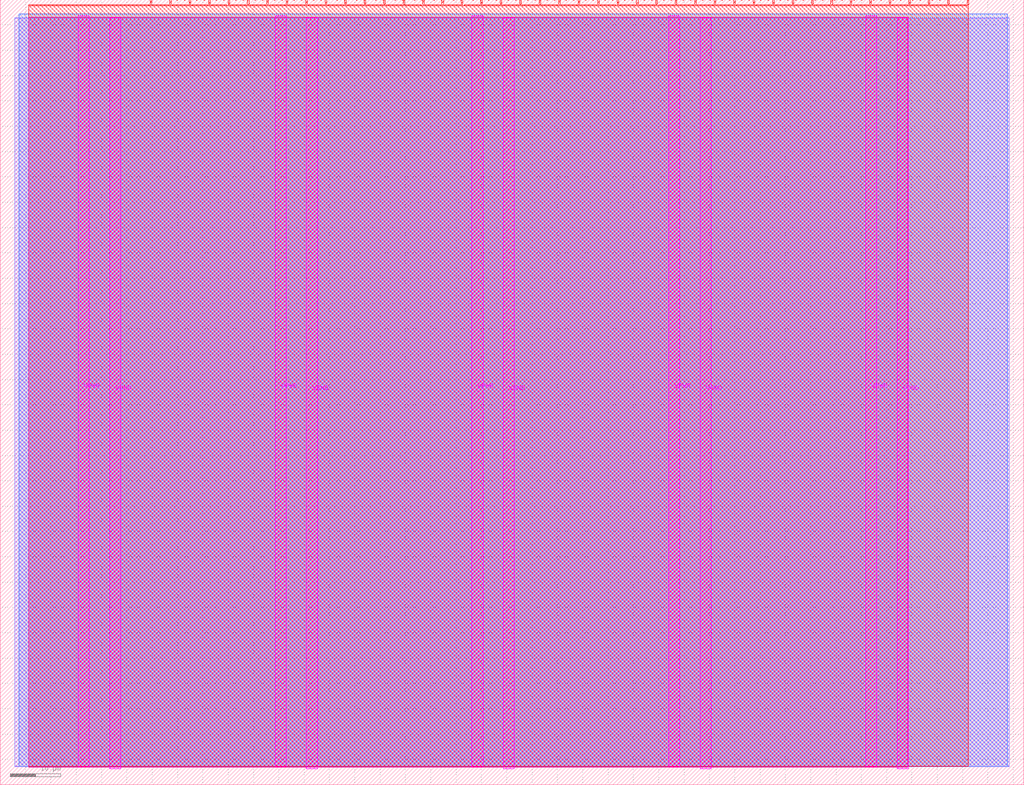
<source format=lef>
VERSION 5.7 ;
  NOWIREEXTENSIONATPIN ON ;
  DIVIDERCHAR "/" ;
  BUSBITCHARS "[]" ;
MACRO tt_um_jalcim
  CLASS BLOCK ;
  FOREIGN tt_um_jalcim ;
  ORIGIN 0.000 0.000 ;
  SIZE 202.080 BY 154.980 ;
  PIN VGND
    DIRECTION INOUT ;
    USE GROUND ;
    PORT
      LAYER TopMetal1 ;
        RECT 21.580 3.150 23.780 151.420 ;
    END
    PORT
      LAYER TopMetal1 ;
        RECT 60.450 3.150 62.650 151.420 ;
    END
    PORT
      LAYER TopMetal1 ;
        RECT 99.320 3.150 101.520 151.420 ;
    END
    PORT
      LAYER TopMetal1 ;
        RECT 138.190 3.150 140.390 151.420 ;
    END
    PORT
      LAYER TopMetal1 ;
        RECT 177.060 3.150 179.260 151.420 ;
    END
  END VGND
  PIN VPWR
    DIRECTION INOUT ;
    USE POWER ;
    PORT
      LAYER TopMetal1 ;
        RECT 15.380 3.560 17.580 151.830 ;
    END
    PORT
      LAYER TopMetal1 ;
        RECT 54.250 3.560 56.450 151.830 ;
    END
    PORT
      LAYER TopMetal1 ;
        RECT 93.120 3.560 95.320 151.830 ;
    END
    PORT
      LAYER TopMetal1 ;
        RECT 131.990 3.560 134.190 151.830 ;
    END
    PORT
      LAYER TopMetal1 ;
        RECT 170.860 3.560 173.060 151.830 ;
    END
  END VPWR
  PIN clk
    DIRECTION INPUT ;
    USE SIGNAL ;
    ANTENNAGATEAREA 0.725400 ;
    PORT
      LAYER Metal4 ;
        RECT 187.050 153.980 187.350 154.980 ;
    END
  END clk
  PIN ena
    DIRECTION INPUT ;
    USE SIGNAL ;
    ANTENNAGATEAREA 0.180700 ;
    PORT
      LAYER Metal4 ;
        RECT 190.890 153.980 191.190 154.980 ;
    END
  END ena
  PIN rst_n
    DIRECTION INPUT ;
    USE SIGNAL ;
    ANTENNAGATEAREA 0.725400 ;
    PORT
      LAYER Metal4 ;
        RECT 183.210 153.980 183.510 154.980 ;
    END
  END rst_n
  PIN ui_in[0]
    DIRECTION INPUT ;
    USE SIGNAL ;
    ANTENNAGATEAREA 0.213200 ;
    PORT
      LAYER Metal4 ;
        RECT 179.370 153.980 179.670 154.980 ;
    END
  END ui_in[0]
  PIN ui_in[1]
    DIRECTION INPUT ;
    USE SIGNAL ;
    ANTENNAGATEAREA 0.213200 ;
    PORT
      LAYER Metal4 ;
        RECT 175.530 153.980 175.830 154.980 ;
    END
  END ui_in[1]
  PIN ui_in[2]
    DIRECTION INPUT ;
    USE SIGNAL ;
    ANTENNAGATEAREA 0.213200 ;
    PORT
      LAYER Metal4 ;
        RECT 171.690 153.980 171.990 154.980 ;
    END
  END ui_in[2]
  PIN ui_in[3]
    DIRECTION INPUT ;
    USE SIGNAL ;
    ANTENNAGATEAREA 0.213200 ;
    PORT
      LAYER Metal4 ;
        RECT 167.850 153.980 168.150 154.980 ;
    END
  END ui_in[3]
  PIN ui_in[4]
    DIRECTION INPUT ;
    USE SIGNAL ;
    PORT
      LAYER Metal4 ;
        RECT 164.010 153.980 164.310 154.980 ;
    END
  END ui_in[4]
  PIN ui_in[5]
    DIRECTION INPUT ;
    USE SIGNAL ;
    ANTENNAGATEAREA 0.180700 ;
    PORT
      LAYER Metal4 ;
        RECT 160.170 153.980 160.470 154.980 ;
    END
  END ui_in[5]
  PIN ui_in[6]
    DIRECTION INPUT ;
    USE SIGNAL ;
    ANTENNAGATEAREA 0.213200 ;
    PORT
      LAYER Metal4 ;
        RECT 156.330 153.980 156.630 154.980 ;
    END
  END ui_in[6]
  PIN ui_in[7]
    DIRECTION INPUT ;
    USE SIGNAL ;
    ANTENNAGATEAREA 0.180700 ;
    PORT
      LAYER Metal4 ;
        RECT 152.490 153.980 152.790 154.980 ;
    END
  END ui_in[7]
  PIN uio_in[0]
    DIRECTION INPUT ;
    USE SIGNAL ;
    ANTENNAGATEAREA 0.906100 ;
    PORT
      LAYER Metal4 ;
        RECT 148.650 153.980 148.950 154.980 ;
    END
  END uio_in[0]
  PIN uio_in[1]
    DIRECTION INPUT ;
    USE SIGNAL ;
    ANTENNAGATEAREA 1.450800 ;
    PORT
      LAYER Metal4 ;
        RECT 144.810 153.980 145.110 154.980 ;
    END
  END uio_in[1]
  PIN uio_in[2]
    DIRECTION INPUT ;
    USE SIGNAL ;
    ANTENNAGATEAREA 0.725400 ;
    PORT
      LAYER Metal4 ;
        RECT 140.970 153.980 141.270 154.980 ;
    END
  END uio_in[2]
  PIN uio_in[3]
    DIRECTION INPUT ;
    USE SIGNAL ;
    ANTENNAGATEAREA 0.725400 ;
    PORT
      LAYER Metal4 ;
        RECT 137.130 153.980 137.430 154.980 ;
    END
  END uio_in[3]
  PIN uio_in[4]
    DIRECTION INPUT ;
    USE SIGNAL ;
    ANTENNAGATEAREA 0.725400 ;
    PORT
      LAYER Metal4 ;
        RECT 133.290 153.980 133.590 154.980 ;
    END
  END uio_in[4]
  PIN uio_in[5]
    DIRECTION INPUT ;
    USE SIGNAL ;
    ANTENNAGATEAREA 0.725400 ;
    PORT
      LAYER Metal4 ;
        RECT 129.450 153.980 129.750 154.980 ;
    END
  END uio_in[5]
  PIN uio_in[6]
    DIRECTION INPUT ;
    USE SIGNAL ;
    ANTENNAGATEAREA 0.725400 ;
    PORT
      LAYER Metal4 ;
        RECT 125.610 153.980 125.910 154.980 ;
    END
  END uio_in[6]
  PIN uio_in[7]
    DIRECTION INPUT ;
    USE SIGNAL ;
    ANTENNAGATEAREA 1.664000 ;
    PORT
      LAYER Metal4 ;
        RECT 121.770 153.980 122.070 154.980 ;
    END
  END uio_in[7]
  PIN uio_oe[0]
    DIRECTION OUTPUT ;
    USE SIGNAL ;
    ANTENNADIFFAREA 0.299200 ;
    PORT
      LAYER Metal4 ;
        RECT 56.490 153.980 56.790 154.980 ;
    END
  END uio_oe[0]
  PIN uio_oe[1]
    DIRECTION OUTPUT ;
    USE SIGNAL ;
    ANTENNADIFFAREA 0.299200 ;
    PORT
      LAYER Metal4 ;
        RECT 52.650 153.980 52.950 154.980 ;
    END
  END uio_oe[1]
  PIN uio_oe[2]
    DIRECTION OUTPUT ;
    USE SIGNAL ;
    ANTENNADIFFAREA 0.299200 ;
    PORT
      LAYER Metal4 ;
        RECT 48.810 153.980 49.110 154.980 ;
    END
  END uio_oe[2]
  PIN uio_oe[3]
    DIRECTION OUTPUT ;
    USE SIGNAL ;
    ANTENNADIFFAREA 0.299200 ;
    PORT
      LAYER Metal4 ;
        RECT 44.970 153.980 45.270 154.980 ;
    END
  END uio_oe[3]
  PIN uio_oe[4]
    DIRECTION OUTPUT ;
    USE SIGNAL ;
    ANTENNADIFFAREA 0.299200 ;
    PORT
      LAYER Metal4 ;
        RECT 41.130 153.980 41.430 154.980 ;
    END
  END uio_oe[4]
  PIN uio_oe[5]
    DIRECTION OUTPUT ;
    USE SIGNAL ;
    ANTENNADIFFAREA 0.299200 ;
    PORT
      LAYER Metal4 ;
        RECT 37.290 153.980 37.590 154.980 ;
    END
  END uio_oe[5]
  PIN uio_oe[6]
    DIRECTION OUTPUT ;
    USE SIGNAL ;
    ANTENNADIFFAREA 0.299200 ;
    PORT
      LAYER Metal4 ;
        RECT 33.450 153.980 33.750 154.980 ;
    END
  END uio_oe[6]
  PIN uio_oe[7]
    DIRECTION OUTPUT ;
    USE SIGNAL ;
    ANTENNADIFFAREA 0.299200 ;
    PORT
      LAYER Metal4 ;
        RECT 29.610 153.980 29.910 154.980 ;
    END
  END uio_oe[7]
  PIN uio_out[0]
    DIRECTION OUTPUT ;
    USE SIGNAL ;
    ANTENNADIFFAREA 0.299200 ;
    PORT
      LAYER Metal4 ;
        RECT 87.210 153.980 87.510 154.980 ;
    END
  END uio_out[0]
  PIN uio_out[1]
    DIRECTION OUTPUT ;
    USE SIGNAL ;
    ANTENNADIFFAREA 0.299200 ;
    PORT
      LAYER Metal4 ;
        RECT 83.370 153.980 83.670 154.980 ;
    END
  END uio_out[1]
  PIN uio_out[2]
    DIRECTION OUTPUT ;
    USE SIGNAL ;
    ANTENNADIFFAREA 0.299200 ;
    PORT
      LAYER Metal4 ;
        RECT 79.530 153.980 79.830 154.980 ;
    END
  END uio_out[2]
  PIN uio_out[3]
    DIRECTION OUTPUT ;
    USE SIGNAL ;
    ANTENNADIFFAREA 0.299200 ;
    PORT
      LAYER Metal4 ;
        RECT 75.690 153.980 75.990 154.980 ;
    END
  END uio_out[3]
  PIN uio_out[4]
    DIRECTION OUTPUT ;
    USE SIGNAL ;
    ANTENNADIFFAREA 0.299200 ;
    PORT
      LAYER Metal4 ;
        RECT 71.850 153.980 72.150 154.980 ;
    END
  END uio_out[4]
  PIN uio_out[5]
    DIRECTION OUTPUT ;
    USE SIGNAL ;
    ANTENNADIFFAREA 0.299200 ;
    PORT
      LAYER Metal4 ;
        RECT 68.010 153.980 68.310 154.980 ;
    END
  END uio_out[5]
  PIN uio_out[6]
    DIRECTION OUTPUT ;
    USE SIGNAL ;
    ANTENNADIFFAREA 0.299200 ;
    PORT
      LAYER Metal4 ;
        RECT 64.170 153.980 64.470 154.980 ;
    END
  END uio_out[6]
  PIN uio_out[7]
    DIRECTION OUTPUT ;
    USE SIGNAL ;
    ANTENNADIFFAREA 0.299200 ;
    PORT
      LAYER Metal4 ;
        RECT 60.330 153.980 60.630 154.980 ;
    END
  END uio_out[7]
  PIN uo_out[0]
    DIRECTION OUTPUT ;
    USE SIGNAL ;
    ANTENNADIFFAREA 0.662000 ;
    PORT
      LAYER Metal4 ;
        RECT 117.930 153.980 118.230 154.980 ;
    END
  END uo_out[0]
  PIN uo_out[1]
    DIRECTION OUTPUT ;
    USE SIGNAL ;
    ANTENNADIFFAREA 0.958400 ;
    PORT
      LAYER Metal4 ;
        RECT 114.090 153.980 114.390 154.980 ;
    END
  END uo_out[1]
  PIN uo_out[2]
    DIRECTION OUTPUT ;
    USE SIGNAL ;
    ANTENNADIFFAREA 0.958400 ;
    PORT
      LAYER Metal4 ;
        RECT 110.250 153.980 110.550 154.980 ;
    END
  END uo_out[2]
  PIN uo_out[3]
    DIRECTION OUTPUT ;
    USE SIGNAL ;
    ANTENNADIFFAREA 1.058000 ;
    PORT
      LAYER Metal4 ;
        RECT 106.410 153.980 106.710 154.980 ;
    END
  END uo_out[3]
  PIN uo_out[4]
    DIRECTION OUTPUT ;
    USE SIGNAL ;
    ANTENNADIFFAREA 0.706800 ;
    PORT
      LAYER Metal4 ;
        RECT 102.570 153.980 102.870 154.980 ;
    END
  END uo_out[4]
  PIN uo_out[5]
    DIRECTION OUTPUT ;
    USE SIGNAL ;
    ANTENNADIFFAREA 0.677200 ;
    PORT
      LAYER Metal4 ;
        RECT 98.730 153.980 99.030 154.980 ;
    END
  END uo_out[5]
  PIN uo_out[6]
    DIRECTION OUTPUT ;
    USE SIGNAL ;
    ANTENNADIFFAREA 0.677200 ;
    PORT
      LAYER Metal4 ;
        RECT 94.890 153.980 95.190 154.980 ;
    END
  END uo_out[6]
  PIN uo_out[7]
    DIRECTION OUTPUT ;
    USE SIGNAL ;
    ANTENNADIFFAREA 0.632400 ;
    PORT
      LAYER Metal4 ;
        RECT 91.050 153.980 91.350 154.980 ;
    END
  END uo_out[7]
  OBS
      LAYER GatPoly ;
        RECT 2.880 3.630 199.200 151.350 ;
      LAYER Metal1 ;
        RECT 2.880 3.560 199.200 151.420 ;
      LAYER Metal2 ;
        RECT 3.735 3.635 198.825 152.185 ;
      LAYER Metal3 ;
        RECT 3.695 3.680 198.865 152.145 ;
      LAYER Metal4 ;
        RECT 5.655 153.770 29.400 153.980 ;
        RECT 30.120 153.770 33.240 153.980 ;
        RECT 33.960 153.770 37.080 153.980 ;
        RECT 37.800 153.770 40.920 153.980 ;
        RECT 41.640 153.770 44.760 153.980 ;
        RECT 45.480 153.770 48.600 153.980 ;
        RECT 49.320 153.770 52.440 153.980 ;
        RECT 53.160 153.770 56.280 153.980 ;
        RECT 57.000 153.770 60.120 153.980 ;
        RECT 60.840 153.770 63.960 153.980 ;
        RECT 64.680 153.770 67.800 153.980 ;
        RECT 68.520 153.770 71.640 153.980 ;
        RECT 72.360 153.770 75.480 153.980 ;
        RECT 76.200 153.770 79.320 153.980 ;
        RECT 80.040 153.770 83.160 153.980 ;
        RECT 83.880 153.770 87.000 153.980 ;
        RECT 87.720 153.770 90.840 153.980 ;
        RECT 91.560 153.770 94.680 153.980 ;
        RECT 95.400 153.770 98.520 153.980 ;
        RECT 99.240 153.770 102.360 153.980 ;
        RECT 103.080 153.770 106.200 153.980 ;
        RECT 106.920 153.770 110.040 153.980 ;
        RECT 110.760 153.770 113.880 153.980 ;
        RECT 114.600 153.770 117.720 153.980 ;
        RECT 118.440 153.770 121.560 153.980 ;
        RECT 122.280 153.770 125.400 153.980 ;
        RECT 126.120 153.770 129.240 153.980 ;
        RECT 129.960 153.770 133.080 153.980 ;
        RECT 133.800 153.770 136.920 153.980 ;
        RECT 137.640 153.770 140.760 153.980 ;
        RECT 141.480 153.770 144.600 153.980 ;
        RECT 145.320 153.770 148.440 153.980 ;
        RECT 149.160 153.770 152.280 153.980 ;
        RECT 153.000 153.770 156.120 153.980 ;
        RECT 156.840 153.770 159.960 153.980 ;
        RECT 160.680 153.770 163.800 153.980 ;
        RECT 164.520 153.770 167.640 153.980 ;
        RECT 168.360 153.770 171.480 153.980 ;
        RECT 172.200 153.770 175.320 153.980 ;
        RECT 176.040 153.770 179.160 153.980 ;
        RECT 179.880 153.770 183.000 153.980 ;
        RECT 183.720 153.770 186.840 153.980 ;
        RECT 187.560 153.770 190.680 153.980 ;
        RECT 5.655 3.635 191.140 153.770 ;
      LAYER Metal5 ;
        RECT 5.615 3.470 179.125 151.510 ;
  END
END tt_um_jalcim
END LIBRARY


</source>
